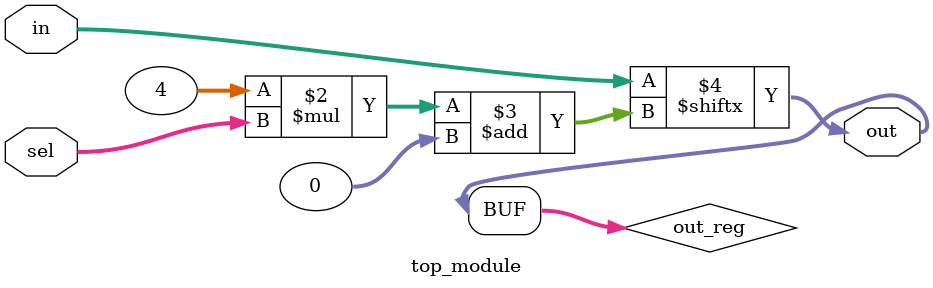
<source format=sv>
module top_module (
	input [1023:0] in,
	input [7:0] sel,
	output [3:0] out
);

	reg [3:0] out_reg;

	always @(*)
	begin
		out_reg = in[4*sel +: 4];
	end

	assign out = out_reg;

endmodule

</source>
